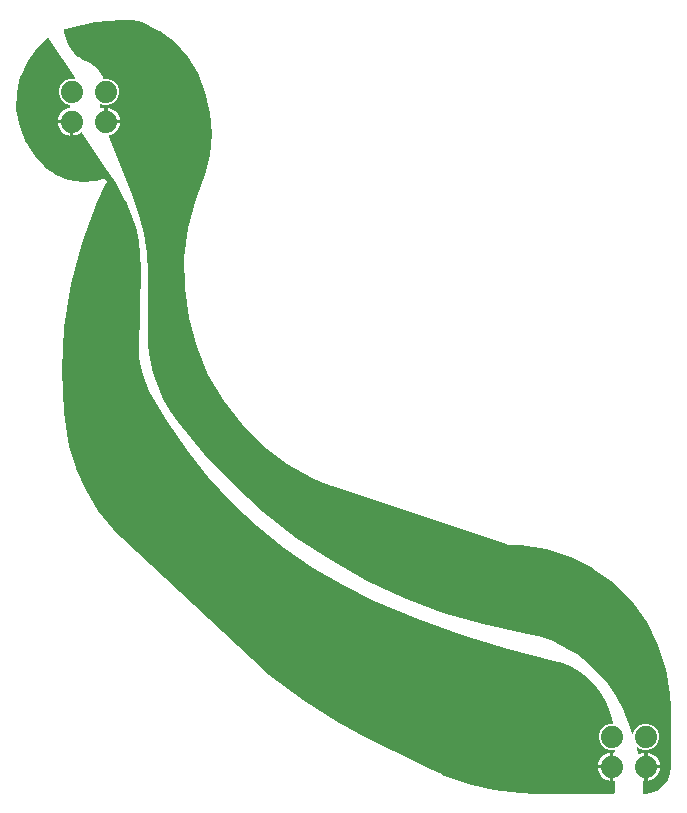
<source format=gtl>
G04 EAGLE Gerber X2 export*
G75*
%MOMM*%
%FSLAX34Y34*%
%LPD*%
%AMOC8*
5,1,8,0,0,1.08239X$1,22.5*%
G01*
%ADD10C,1.879600*%

G36*
X508020Y2544D02*
X508020Y2544D01*
X508039Y2542D01*
X508141Y2564D01*
X508243Y2580D01*
X508260Y2590D01*
X508280Y2594D01*
X508369Y2647D01*
X508460Y2696D01*
X508474Y2710D01*
X508491Y2720D01*
X508558Y2799D01*
X508630Y2874D01*
X508638Y2892D01*
X508651Y2907D01*
X508690Y3003D01*
X508733Y3097D01*
X508735Y3117D01*
X508743Y3135D01*
X508761Y3302D01*
X508761Y12823D01*
X508748Y12902D01*
X508745Y12981D01*
X508729Y13022D01*
X508722Y13066D01*
X508684Y13136D01*
X508655Y13210D01*
X508627Y13244D01*
X508606Y13283D01*
X508549Y13338D01*
X508498Y13399D01*
X508460Y13422D01*
X508428Y13453D01*
X508356Y13486D01*
X508288Y13528D01*
X508245Y13538D01*
X508205Y13556D01*
X508126Y13565D01*
X508048Y13583D01*
X507990Y13580D01*
X507961Y13584D01*
X507933Y13578D01*
X507881Y13575D01*
X507745Y13554D01*
X507745Y24638D01*
X507743Y24649D01*
X507744Y24656D01*
X507743Y24664D01*
X507744Y24677D01*
X507722Y24779D01*
X507705Y24881D01*
X507696Y24898D01*
X507692Y24918D01*
X507639Y25007D01*
X507590Y25098D01*
X507576Y25112D01*
X507566Y25129D01*
X507487Y25196D01*
X507412Y25267D01*
X507394Y25276D01*
X507379Y25289D01*
X507283Y25327D01*
X507189Y25371D01*
X507169Y25373D01*
X507151Y25381D01*
X506984Y25399D01*
X506221Y25399D01*
X506221Y25401D01*
X506984Y25401D01*
X507004Y25404D01*
X507023Y25402D01*
X507125Y25424D01*
X507227Y25441D01*
X507244Y25450D01*
X507264Y25454D01*
X507353Y25507D01*
X507444Y25556D01*
X507458Y25570D01*
X507475Y25580D01*
X507542Y25659D01*
X507613Y25734D01*
X507622Y25752D01*
X507635Y25767D01*
X507674Y25863D01*
X507717Y25957D01*
X507719Y25977D01*
X507727Y25995D01*
X507745Y26162D01*
X507745Y37246D01*
X507881Y37225D01*
X507960Y37225D01*
X508039Y37216D01*
X508083Y37226D01*
X508127Y37226D01*
X508202Y37252D01*
X508280Y37269D01*
X508318Y37291D01*
X508360Y37306D01*
X508423Y37354D01*
X508491Y37395D01*
X508520Y37428D01*
X508555Y37455D01*
X508599Y37521D01*
X508651Y37582D01*
X508667Y37623D01*
X508692Y37659D01*
X508713Y37736D01*
X508743Y37810D01*
X508749Y37868D01*
X508757Y37897D01*
X508755Y37924D01*
X508761Y37977D01*
X508761Y39116D01*
X508758Y39136D01*
X508760Y39155D01*
X508738Y39257D01*
X508722Y39359D01*
X508712Y39376D01*
X508708Y39396D01*
X508655Y39485D01*
X508606Y39576D01*
X508592Y39590D01*
X508582Y39607D01*
X508503Y39674D01*
X508428Y39746D01*
X508410Y39754D01*
X508395Y39767D01*
X508299Y39806D01*
X508205Y39849D01*
X508185Y39851D01*
X508167Y39859D01*
X508000Y39877D01*
X504049Y39877D01*
X500035Y41540D01*
X496962Y44613D01*
X495299Y48627D01*
X495299Y52973D01*
X496962Y56987D01*
X500035Y60060D01*
X504049Y61723D01*
X506819Y61723D01*
X506907Y61737D01*
X506997Y61744D01*
X507028Y61757D01*
X507061Y61762D01*
X507141Y61804D01*
X507223Y61839D01*
X507249Y61862D01*
X507279Y61878D01*
X507340Y61942D01*
X507408Y62002D01*
X507425Y62031D01*
X507448Y62056D01*
X507486Y62137D01*
X507531Y62215D01*
X507537Y62248D01*
X507552Y62279D01*
X507562Y62368D01*
X507579Y62456D01*
X507576Y62499D01*
X507579Y62523D01*
X507572Y62554D01*
X507567Y62623D01*
X506799Y66749D01*
X506789Y66778D01*
X506776Y66840D01*
X504367Y74448D01*
X504353Y74475D01*
X504334Y74535D01*
X501011Y81790D01*
X500994Y81816D01*
X500967Y81872D01*
X496782Y88667D01*
X496762Y88690D01*
X496729Y88743D01*
X491744Y94975D01*
X491721Y94995D01*
X491681Y95044D01*
X485971Y100618D01*
X485946Y100636D01*
X485900Y100679D01*
X479551Y105513D01*
X479524Y105527D01*
X479473Y105565D01*
X472580Y109585D01*
X472552Y109596D01*
X472497Y109627D01*
X465163Y112774D01*
X465134Y112781D01*
X465076Y112805D01*
X457412Y115031D01*
X457402Y115032D01*
X457386Y115038D01*
X418395Y124846D01*
X379964Y136593D01*
X342172Y150254D01*
X305116Y165793D01*
X278734Y178822D01*
X253377Y193739D01*
X229176Y210468D01*
X206261Y228918D01*
X184754Y248991D01*
X164769Y270581D01*
X146413Y293572D01*
X129785Y317841D01*
X114974Y343255D01*
X111838Y349883D01*
X109371Y356782D01*
X107594Y363891D01*
X106524Y371140D01*
X106172Y378471D01*
X107441Y447026D01*
X107440Y447036D01*
X107441Y447051D01*
X107263Y458881D01*
X107258Y458908D01*
X107258Y458959D01*
X105879Y470709D01*
X105871Y470735D01*
X105866Y470785D01*
X103299Y482335D01*
X103289Y482360D01*
X103279Y482409D01*
X99552Y493638D01*
X99539Y493662D01*
X99523Y493710D01*
X94674Y504502D01*
X94661Y504522D01*
X94644Y504562D01*
X86292Y519494D01*
X86279Y519510D01*
X86263Y519542D01*
X76835Y533819D01*
X76834Y533820D01*
X76833Y533822D01*
X57904Y562217D01*
X57880Y562243D01*
X57862Y562273D01*
X57796Y562332D01*
X57736Y562397D01*
X57705Y562414D01*
X57678Y562437D01*
X57597Y562472D01*
X57520Y562514D01*
X57485Y562520D01*
X57452Y562534D01*
X57364Y562541D01*
X57277Y562556D01*
X57242Y562551D01*
X57207Y562553D01*
X57121Y562532D01*
X57034Y562518D01*
X57003Y562502D01*
X56969Y562494D01*
X56823Y562411D01*
X55279Y561289D01*
X53605Y560436D01*
X51818Y559855D01*
X50545Y559654D01*
X50545Y570738D01*
X50542Y570758D01*
X50544Y570777D01*
X50522Y570879D01*
X50505Y570981D01*
X50496Y570998D01*
X50492Y571018D01*
X50439Y571107D01*
X50390Y571198D01*
X50376Y571212D01*
X50366Y571229D01*
X50287Y571296D01*
X50212Y571367D01*
X50194Y571376D01*
X50179Y571389D01*
X50083Y571427D01*
X49989Y571471D01*
X49969Y571473D01*
X49951Y571481D01*
X49784Y571499D01*
X49021Y571499D01*
X49021Y572262D01*
X49018Y572282D01*
X49020Y572301D01*
X48998Y572403D01*
X48981Y572505D01*
X48972Y572522D01*
X48968Y572542D01*
X48915Y572631D01*
X48866Y572722D01*
X48852Y572736D01*
X48842Y572753D01*
X48763Y572820D01*
X48688Y572891D01*
X48670Y572900D01*
X48655Y572913D01*
X48559Y572952D01*
X48465Y572995D01*
X48445Y572997D01*
X48427Y573005D01*
X48260Y573023D01*
X37176Y573023D01*
X37377Y574296D01*
X37958Y576083D01*
X38811Y577757D01*
X39916Y579278D01*
X41244Y580606D01*
X42765Y581711D01*
X44439Y582564D01*
X46226Y583145D01*
X47306Y583316D01*
X47410Y583350D01*
X47515Y583381D01*
X47527Y583389D01*
X47540Y583393D01*
X47627Y583459D01*
X47717Y583521D01*
X47726Y583532D01*
X47737Y583541D01*
X47799Y583631D01*
X47864Y583719D01*
X47868Y583732D01*
X47876Y583743D01*
X47906Y583848D01*
X47940Y583953D01*
X47941Y583970D01*
X47943Y583980D01*
X47942Y584008D01*
X47947Y584120D01*
X47941Y584200D01*
X48008Y585163D01*
X48004Y585209D01*
X48009Y585255D01*
X47993Y585331D01*
X47985Y585408D01*
X47967Y585451D01*
X47957Y585496D01*
X47917Y585562D01*
X47886Y585633D01*
X47854Y585667D01*
X47831Y585707D01*
X47772Y585757D01*
X47719Y585814D01*
X47679Y585837D01*
X47644Y585867D01*
X47572Y585896D01*
X47504Y585933D01*
X47459Y585941D01*
X47415Y585959D01*
X47281Y585974D01*
X47262Y585977D01*
X47257Y585976D01*
X47249Y585977D01*
X46849Y585977D01*
X42835Y587640D01*
X39762Y590713D01*
X38099Y594727D01*
X38099Y599073D01*
X39762Y603087D01*
X42835Y606160D01*
X46849Y607823D01*
X51307Y607823D01*
X51379Y607834D01*
X51451Y607836D01*
X51499Y607854D01*
X51550Y607862D01*
X51614Y607896D01*
X51682Y607921D01*
X51722Y607954D01*
X51767Y607978D01*
X51817Y608030D01*
X51874Y608076D01*
X51901Y608119D01*
X51937Y608156D01*
X51967Y608222D01*
X52006Y608283D01*
X52019Y608333D01*
X52040Y608379D01*
X52048Y608451D01*
X52066Y608521D01*
X52062Y608573D01*
X52067Y608623D01*
X52052Y608694D01*
X52046Y608767D01*
X52022Y608832D01*
X52015Y608864D01*
X52003Y608884D01*
X51988Y608924D01*
X51481Y609940D01*
X51463Y609965D01*
X51433Y610022D01*
X30276Y641758D01*
X30231Y641806D01*
X30195Y641860D01*
X30148Y641895D01*
X30108Y641938D01*
X30051Y641969D01*
X29999Y642009D01*
X29943Y642027D01*
X29892Y642055D01*
X29828Y642066D01*
X29765Y642087D01*
X29707Y642087D01*
X29650Y642097D01*
X29585Y642087D01*
X29519Y642087D01*
X29464Y642069D01*
X29407Y642060D01*
X29348Y642030D01*
X29286Y642009D01*
X29218Y641962D01*
X29188Y641947D01*
X29175Y641933D01*
X29148Y641914D01*
X20845Y634806D01*
X20837Y634797D01*
X20734Y634689D01*
X12020Y623253D01*
X12015Y623242D01*
X12009Y623233D01*
X11996Y623220D01*
X11983Y623189D01*
X11937Y623115D01*
X5821Y610103D01*
X5818Y610092D01*
X5768Y609951D01*
X2523Y595944D01*
X2522Y595932D01*
X2503Y595785D01*
X2273Y581409D01*
X2275Y581396D01*
X2288Y581248D01*
X5084Y567145D01*
X5088Y567134D01*
X5131Y566991D01*
X10829Y553790D01*
X10846Y553763D01*
X10885Y553683D01*
X14179Y548500D01*
X14222Y548453D01*
X14256Y548399D01*
X14303Y548362D01*
X14343Y548317D01*
X14398Y548285D01*
X14421Y548267D01*
X14840Y547485D01*
X14859Y547461D01*
X14891Y547403D01*
X15408Y546678D01*
X15408Y546645D01*
X15428Y546583D01*
X15439Y546518D01*
X15475Y546443D01*
X15485Y546411D01*
X15497Y546396D01*
X15511Y546366D01*
X17996Y542316D01*
X18016Y542293D01*
X18075Y542210D01*
X25756Y533537D01*
X25760Y533534D01*
X25762Y533530D01*
X25888Y533419D01*
X35363Y526752D01*
X35367Y526750D01*
X35370Y526747D01*
X35518Y526668D01*
X46275Y522365D01*
X46279Y522364D01*
X46283Y522362D01*
X46445Y522319D01*
X57905Y520613D01*
X57909Y520613D01*
X57914Y520611D01*
X58081Y520607D01*
X69625Y521590D01*
X69655Y521597D01*
X69756Y521612D01*
X75364Y523101D01*
X75380Y523108D01*
X75409Y523115D01*
X76401Y523445D01*
X77343Y522969D01*
X77344Y522969D01*
X77345Y522968D01*
X78283Y522499D01*
X78612Y521497D01*
X78613Y521496D01*
X78613Y521494D01*
X78945Y520499D01*
X78473Y519565D01*
X78471Y519557D01*
X78463Y519545D01*
X70763Y503103D01*
X70758Y503082D01*
X70741Y503049D01*
X57920Y469085D01*
X57915Y469058D01*
X57897Y469010D01*
X48626Y433911D01*
X48624Y433884D01*
X48610Y433835D01*
X42988Y397970D01*
X42988Y397942D01*
X42980Y397892D01*
X41065Y361640D01*
X41068Y361613D01*
X41065Y361561D01*
X42877Y325304D01*
X42881Y325283D01*
X42881Y325276D01*
X42881Y325271D01*
X42881Y325268D01*
X42882Y325245D01*
X45181Y307234D01*
X45186Y307218D01*
X45188Y307190D01*
X47050Y297295D01*
X47059Y297270D01*
X47068Y297221D01*
X52747Y277914D01*
X52761Y277885D01*
X52774Y277844D01*
X52777Y277833D01*
X52779Y277829D01*
X52782Y277819D01*
X60980Y259439D01*
X60998Y259412D01*
X61028Y259349D01*
X71598Y242223D01*
X71619Y242199D01*
X71657Y242140D01*
X84412Y226573D01*
X84432Y226555D01*
X84463Y226517D01*
X91590Y219406D01*
X91598Y219400D01*
X91608Y219388D01*
X202147Y116218D01*
X202148Y116218D01*
X203125Y115305D01*
X203147Y115285D01*
X203153Y115281D01*
X203161Y115272D01*
X216536Y103375D01*
X216554Y103364D01*
X216579Y103340D01*
X244960Y81531D01*
X244983Y81519D01*
X245020Y81490D01*
X275357Y62495D01*
X275376Y62487D01*
X275405Y62468D01*
X291220Y54081D01*
X291227Y54079D01*
X291236Y54073D01*
X292459Y53461D01*
X292460Y53461D01*
X350913Y24234D01*
X352136Y23622D01*
X352145Y23620D01*
X352156Y23613D01*
X362612Y18759D01*
X362635Y18752D01*
X362673Y18733D01*
X384339Y10880D01*
X384368Y10875D01*
X384423Y10855D01*
X406852Y5560D01*
X406881Y5558D01*
X406939Y5545D01*
X429829Y2880D01*
X429853Y2881D01*
X429895Y2875D01*
X441418Y2541D01*
X441426Y2542D01*
X441440Y2541D01*
X508000Y2541D01*
X508020Y2544D01*
G37*
G36*
X535014Y2544D02*
X535014Y2544D01*
X535052Y2543D01*
X538260Y2796D01*
X538266Y2797D01*
X538271Y2797D01*
X538436Y2830D01*
X544537Y4813D01*
X544569Y4829D01*
X544604Y4838D01*
X544749Y4921D01*
X549940Y8692D01*
X549965Y8718D01*
X549995Y8736D01*
X550108Y8860D01*
X553879Y14051D01*
X553895Y14083D01*
X553918Y14110D01*
X553987Y14263D01*
X555970Y20364D01*
X555970Y20370D01*
X555973Y20375D01*
X556004Y20540D01*
X556257Y23748D01*
X556255Y23770D01*
X556259Y23807D01*
X556259Y76200D01*
X556257Y76212D01*
X556259Y76230D01*
X555838Y86932D01*
X555832Y86961D01*
X555829Y87021D01*
X552481Y108161D01*
X552471Y108192D01*
X552453Y108277D01*
X545839Y128633D01*
X545824Y128662D01*
X545794Y128743D01*
X536077Y147813D01*
X536057Y147840D01*
X536014Y147915D01*
X523434Y165231D01*
X523410Y165254D01*
X523356Y165322D01*
X508222Y180456D01*
X508195Y180475D01*
X508131Y180534D01*
X490815Y193114D01*
X490786Y193129D01*
X490713Y193177D01*
X471643Y202894D01*
X471612Y202904D01*
X471533Y202939D01*
X451177Y209553D01*
X451144Y209558D01*
X451061Y209581D01*
X429921Y212929D01*
X429891Y212929D01*
X429832Y212938D01*
X419853Y213330D01*
X419746Y213317D01*
X419640Y213309D01*
X419621Y213302D01*
X419608Y213300D01*
X419581Y213287D01*
X419482Y213251D01*
X419295Y213157D01*
X418805Y213320D01*
X418767Y213326D01*
X418731Y213341D01*
X418564Y213359D01*
X418048Y213359D01*
X417855Y213552D01*
X417780Y213606D01*
X417709Y213666D01*
X417673Y213683D01*
X417655Y213696D01*
X417624Y213705D01*
X417557Y213736D01*
X267077Y263896D01*
X267011Y263907D01*
X266947Y263927D01*
X266890Y263926D01*
X266834Y263935D01*
X266776Y263926D01*
X265841Y264306D01*
X265823Y264311D01*
X265795Y264324D01*
X264848Y264639D01*
X264840Y264651D01*
X264785Y264689D01*
X264737Y264736D01*
X264666Y264774D01*
X264640Y264794D01*
X264620Y264799D01*
X264590Y264816D01*
X253934Y269154D01*
X231775Y281770D01*
X211453Y297169D01*
X193314Y315090D01*
X177670Y335224D01*
X164788Y357228D01*
X154888Y380726D01*
X148139Y405315D01*
X144658Y430575D01*
X144504Y456072D01*
X147679Y481371D01*
X154129Y506040D01*
X158434Y516614D01*
X158453Y516696D01*
X158480Y516776D01*
X158480Y516784D01*
X158943Y517863D01*
X158944Y517868D01*
X158948Y517876D01*
X158969Y517926D01*
X158970Y517933D01*
X158975Y517942D01*
X162127Y526205D01*
X162133Y526235D01*
X162154Y526293D01*
X166417Y543494D01*
X166420Y543527D01*
X166437Y543615D01*
X167870Y561278D01*
X167868Y561311D01*
X167870Y561402D01*
X166437Y579065D01*
X166429Y579096D01*
X166417Y579186D01*
X162154Y596387D01*
X162142Y596415D01*
X162127Y596475D01*
X159389Y603651D01*
X159348Y603722D01*
X159315Y603796D01*
X159288Y603826D01*
X158930Y604843D01*
X158921Y604859D01*
X158912Y604890D01*
X158481Y605894D01*
X158481Y605909D01*
X158467Y605958D01*
X158465Y605985D01*
X158452Y606012D01*
X158435Y606070D01*
X155819Y612477D01*
X155801Y612505D01*
X155769Y612577D01*
X147520Y626491D01*
X147505Y626509D01*
X147432Y626612D01*
X136626Y638648D01*
X136608Y638663D01*
X136516Y638748D01*
X123569Y648444D01*
X123548Y648455D01*
X123441Y648521D01*
X108850Y655503D01*
X108819Y655512D01*
X108746Y655543D01*
X101340Y657826D01*
X101309Y657830D01*
X101280Y657841D01*
X101113Y657860D01*
X90721Y657832D01*
X90696Y657828D01*
X90651Y657829D01*
X69187Y655797D01*
X69158Y655789D01*
X69095Y655782D01*
X48040Y651145D01*
X48017Y651136D01*
X47973Y651127D01*
X43038Y649554D01*
X42982Y649525D01*
X42922Y649506D01*
X42873Y649470D01*
X42819Y649442D01*
X42775Y649397D01*
X42724Y649360D01*
X42689Y649310D01*
X42647Y649267D01*
X42619Y649210D01*
X42583Y649158D01*
X42566Y649100D01*
X42540Y649045D01*
X42532Y648983D01*
X42514Y648922D01*
X42513Y648834D01*
X42509Y648801D01*
X42512Y648784D01*
X42512Y648754D01*
X42719Y646636D01*
X42728Y646604D01*
X42738Y646526D01*
X43881Y641954D01*
X43894Y641924D01*
X43916Y641848D01*
X45718Y637493D01*
X45735Y637465D01*
X45768Y637393D01*
X48190Y633351D01*
X48211Y633326D01*
X48254Y633259D01*
X51243Y629616D01*
X51267Y629594D01*
X51320Y629535D01*
X54811Y626369D01*
X54839Y626351D01*
X54899Y626300D01*
X58817Y623682D01*
X58847Y623668D01*
X58915Y623627D01*
X63175Y621612D01*
X63176Y621612D01*
X63177Y621611D01*
X65919Y620328D01*
X68411Y618706D01*
X70655Y616755D01*
X72606Y614511D01*
X74228Y612019D01*
X75487Y609327D01*
X75780Y608363D01*
X75794Y608335D01*
X75800Y608304D01*
X75848Y608225D01*
X75888Y608142D01*
X75910Y608120D01*
X75926Y608093D01*
X75996Y608033D01*
X76061Y607968D01*
X76089Y607954D01*
X76113Y607933D01*
X76199Y607899D01*
X76281Y607857D01*
X76312Y607853D01*
X76341Y607841D01*
X76508Y607823D01*
X80151Y607823D01*
X84165Y606160D01*
X87238Y603087D01*
X88901Y599073D01*
X88901Y594727D01*
X87238Y590713D01*
X84165Y587640D01*
X80151Y585977D01*
X75805Y585977D01*
X74233Y586629D01*
X74211Y586634D01*
X74191Y586645D01*
X74091Y586662D01*
X73993Y586685D01*
X73971Y586683D01*
X73949Y586687D01*
X73849Y586671D01*
X73748Y586662D01*
X73728Y586653D01*
X73706Y586649D01*
X73616Y586603D01*
X73524Y586562D01*
X73507Y586546D01*
X73487Y586536D01*
X73417Y586464D01*
X73343Y586395D01*
X73332Y586376D01*
X73316Y586359D01*
X73273Y586268D01*
X73224Y586180D01*
X73220Y586158D01*
X73210Y586137D01*
X73182Y585972D01*
X73076Y584247D01*
X73079Y584216D01*
X73076Y584153D01*
X73117Y583474D01*
X73143Y583362D01*
X73166Y583249D01*
X73170Y583242D01*
X73172Y583235D01*
X73232Y583136D01*
X73290Y583036D01*
X73296Y583031D01*
X73300Y583025D01*
X73388Y582951D01*
X73476Y582874D01*
X73483Y582871D01*
X73489Y582867D01*
X73596Y582825D01*
X73703Y582780D01*
X73710Y582780D01*
X73718Y582777D01*
X73833Y582771D01*
X73948Y582763D01*
X73957Y582765D01*
X73963Y582765D01*
X73983Y582770D01*
X74112Y582797D01*
X75182Y583145D01*
X76455Y583346D01*
X76455Y572262D01*
X76458Y572242D01*
X76456Y572223D01*
X76478Y572121D01*
X76495Y572019D01*
X76504Y572002D01*
X76508Y571982D01*
X76561Y571893D01*
X76610Y571802D01*
X76624Y571788D01*
X76634Y571771D01*
X76713Y571704D01*
X76788Y571633D01*
X76806Y571624D01*
X76821Y571611D01*
X76917Y571573D01*
X77011Y571529D01*
X77031Y571527D01*
X77049Y571519D01*
X77216Y571501D01*
X77979Y571501D01*
X77979Y570738D01*
X77982Y570718D01*
X77980Y570699D01*
X78002Y570597D01*
X78019Y570495D01*
X78028Y570478D01*
X78032Y570458D01*
X78085Y570369D01*
X78134Y570278D01*
X78148Y570264D01*
X78158Y570247D01*
X78237Y570180D01*
X78312Y570109D01*
X78330Y570100D01*
X78345Y570087D01*
X78441Y570048D01*
X78535Y570005D01*
X78555Y570003D01*
X78573Y569995D01*
X78740Y569977D01*
X89824Y569977D01*
X89623Y568704D01*
X89042Y566917D01*
X88189Y565243D01*
X87084Y563722D01*
X85756Y562394D01*
X84235Y561289D01*
X82561Y560436D01*
X80896Y559895D01*
X80856Y559874D01*
X80813Y559862D01*
X80748Y559818D01*
X80678Y559782D01*
X80646Y559750D01*
X80609Y559725D01*
X80561Y559662D01*
X80507Y559606D01*
X80487Y559565D01*
X80460Y559529D01*
X80434Y559455D01*
X80401Y559384D01*
X80395Y559339D01*
X80381Y559296D01*
X80380Y559217D01*
X80371Y559140D01*
X80380Y559095D01*
X80380Y559050D01*
X80417Y558915D01*
X80421Y558899D01*
X80423Y558895D01*
X80425Y558888D01*
X100888Y507730D01*
X106364Y492446D01*
X110316Y476723D01*
X112715Y460690D01*
X113539Y444480D01*
X113539Y393700D01*
X113541Y393687D01*
X113540Y393666D01*
X114057Y382005D01*
X114062Y381980D01*
X114063Y381934D01*
X115655Y370370D01*
X115662Y370346D01*
X115668Y370301D01*
X118321Y358933D01*
X118330Y358910D01*
X118340Y358866D01*
X122031Y347791D01*
X122043Y347769D01*
X122056Y347726D01*
X126755Y337040D01*
X126768Y337019D01*
X126786Y336977D01*
X132451Y326770D01*
X132467Y326750D01*
X132488Y326710D01*
X139071Y317071D01*
X139087Y317054D01*
X139110Y317019D01*
X161218Y289863D01*
X161234Y289849D01*
X161256Y289819D01*
X185356Y264413D01*
X185373Y264400D01*
X185397Y264373D01*
X211349Y240862D01*
X211367Y240850D01*
X211393Y240825D01*
X239049Y219345D01*
X239068Y219334D01*
X239096Y219311D01*
X268298Y199984D01*
X268317Y199976D01*
X268347Y199954D01*
X298927Y182892D01*
X298947Y182885D01*
X298979Y182866D01*
X330762Y168165D01*
X330783Y168160D01*
X330815Y168143D01*
X363619Y155889D01*
X363640Y155885D01*
X363674Y155871D01*
X397311Y146134D01*
X397332Y146131D01*
X397367Y146120D01*
X431638Y138956D01*
X443583Y136257D01*
X455133Y132296D01*
X466188Y127113D01*
X470564Y124451D01*
X471816Y123690D01*
X476620Y120767D01*
X486307Y113333D01*
X495135Y104898D01*
X503002Y95559D01*
X509815Y85426D01*
X515495Y74617D01*
X519984Y63240D01*
X523140Y53772D01*
X523186Y53685D01*
X523226Y53595D01*
X523243Y53577D01*
X523255Y53555D01*
X523326Y53487D01*
X523392Y53414D01*
X523414Y53402D01*
X523432Y53385D01*
X523521Y53343D01*
X523608Y53296D01*
X523633Y53291D01*
X523655Y53281D01*
X523753Y53269D01*
X523850Y53252D01*
X523875Y53256D01*
X523900Y53253D01*
X523996Y53273D01*
X524093Y53288D01*
X524116Y53299D01*
X524140Y53304D01*
X524225Y53355D01*
X524312Y53399D01*
X524330Y53417D01*
X524352Y53430D01*
X524416Y53505D01*
X524485Y53575D01*
X524500Y53602D01*
X524512Y53616D01*
X524524Y53647D01*
X524566Y53722D01*
X525918Y56987D01*
X528991Y60060D01*
X533005Y61723D01*
X537351Y61723D01*
X541365Y60060D01*
X544438Y56987D01*
X546101Y52973D01*
X546101Y48627D01*
X544438Y44613D01*
X541365Y41540D01*
X537351Y39877D01*
X533005Y39877D01*
X528991Y41540D01*
X528611Y41920D01*
X528554Y41961D01*
X528503Y42010D01*
X528455Y42032D01*
X528411Y42063D01*
X528344Y42084D01*
X528280Y42114D01*
X528227Y42120D01*
X528176Y42136D01*
X528106Y42134D01*
X528035Y42142D01*
X527984Y42131D01*
X527930Y42129D01*
X527864Y42105D01*
X527795Y42090D01*
X527749Y42063D01*
X527699Y42045D01*
X527644Y42001D01*
X527583Y41965D01*
X527549Y41924D01*
X527507Y41891D01*
X527469Y41832D01*
X527423Y41778D01*
X527403Y41729D01*
X527374Y41684D01*
X527357Y41616D01*
X527331Y41550D01*
X527327Y41497D01*
X527314Y41446D01*
X527320Y41375D01*
X527315Y41305D01*
X527331Y41233D01*
X527333Y41201D01*
X527342Y41180D01*
X527351Y41141D01*
X528875Y36569D01*
X528910Y36501D01*
X528937Y36429D01*
X528967Y36393D01*
X528989Y36351D01*
X529044Y36298D01*
X529093Y36239D01*
X529133Y36214D01*
X529167Y36181D01*
X529236Y36149D01*
X529301Y36108D01*
X529347Y36097D01*
X529390Y36077D01*
X529466Y36069D01*
X529540Y36051D01*
X529587Y36055D01*
X529634Y36049D01*
X529709Y36065D01*
X529785Y36072D01*
X529845Y36095D01*
X529875Y36101D01*
X529897Y36114D01*
X529942Y36131D01*
X530595Y36464D01*
X532382Y37045D01*
X533655Y37246D01*
X533655Y26162D01*
X533658Y26142D01*
X533656Y26123D01*
X533678Y26021D01*
X533695Y25919D01*
X533704Y25902D01*
X533708Y25882D01*
X533761Y25793D01*
X533810Y25702D01*
X533824Y25688D01*
X533834Y25671D01*
X533913Y25604D01*
X533988Y25533D01*
X534006Y25524D01*
X534021Y25511D01*
X534117Y25473D01*
X534211Y25429D01*
X534231Y25427D01*
X534249Y25419D01*
X534416Y25401D01*
X535179Y25401D01*
X535179Y25399D01*
X534416Y25399D01*
X534396Y25396D01*
X534377Y25398D01*
X534275Y25376D01*
X534173Y25359D01*
X534156Y25350D01*
X534136Y25346D01*
X534047Y25293D01*
X533956Y25244D01*
X533942Y25230D01*
X533925Y25220D01*
X533858Y25141D01*
X533787Y25066D01*
X533778Y25048D01*
X533765Y25033D01*
X533726Y24937D01*
X533683Y24843D01*
X533681Y24823D01*
X533673Y24805D01*
X533655Y24638D01*
X533655Y13554D01*
X533519Y13575D01*
X533440Y13575D01*
X533361Y13584D01*
X533317Y13574D01*
X533273Y13574D01*
X533198Y13548D01*
X533120Y13531D01*
X533082Y13509D01*
X533040Y13494D01*
X532977Y13446D01*
X532909Y13405D01*
X532880Y13371D01*
X532845Y13345D01*
X532801Y13279D01*
X532749Y13218D01*
X532733Y13177D01*
X532708Y13141D01*
X532687Y13064D01*
X532657Y12990D01*
X532651Y12932D01*
X532643Y12903D01*
X532645Y12876D01*
X532639Y12823D01*
X532639Y3302D01*
X532642Y3282D01*
X532640Y3263D01*
X532662Y3161D01*
X532679Y3059D01*
X532688Y3042D01*
X532692Y3022D01*
X532745Y2933D01*
X532794Y2842D01*
X532808Y2828D01*
X532818Y2811D01*
X532897Y2744D01*
X532972Y2672D01*
X532990Y2664D01*
X533005Y2651D01*
X533101Y2612D01*
X533195Y2569D01*
X533215Y2567D01*
X533233Y2559D01*
X533400Y2541D01*
X534993Y2541D01*
X535014Y2544D01*
G37*
%LPC*%
G36*
X79501Y573023D02*
X79501Y573023D01*
X79501Y583346D01*
X80774Y583145D01*
X82561Y582564D01*
X84235Y581711D01*
X85756Y580606D01*
X87084Y579278D01*
X88189Y577757D01*
X89042Y576083D01*
X89623Y574296D01*
X89824Y573023D01*
X79501Y573023D01*
G37*
%LPD*%
%LPC*%
G36*
X536701Y26923D02*
X536701Y26923D01*
X536701Y37246D01*
X537974Y37045D01*
X539761Y36464D01*
X541435Y35611D01*
X542956Y34506D01*
X544284Y33178D01*
X545389Y31657D01*
X546242Y29983D01*
X546823Y28196D01*
X547024Y26923D01*
X536701Y26923D01*
G37*
%LPD*%
%LPC*%
G36*
X494376Y26923D02*
X494376Y26923D01*
X494577Y28196D01*
X495158Y29983D01*
X496011Y31657D01*
X497116Y33178D01*
X498444Y34506D01*
X499965Y35611D01*
X501639Y36464D01*
X503426Y37045D01*
X504699Y37246D01*
X504699Y26923D01*
X494376Y26923D01*
G37*
%LPD*%
%LPC*%
G36*
X536701Y23877D02*
X536701Y23877D01*
X547024Y23877D01*
X546823Y22604D01*
X546242Y20817D01*
X545389Y19143D01*
X544284Y17622D01*
X542956Y16294D01*
X541435Y15189D01*
X539761Y14336D01*
X537974Y13755D01*
X536701Y13554D01*
X536701Y23877D01*
G37*
%LPD*%
%LPC*%
G36*
X46226Y559855D02*
X46226Y559855D01*
X44439Y560436D01*
X42765Y561289D01*
X41244Y562394D01*
X39916Y563722D01*
X38811Y565243D01*
X37958Y566917D01*
X37377Y568704D01*
X37176Y569977D01*
X47499Y569977D01*
X47499Y559654D01*
X46226Y559855D01*
G37*
%LPD*%
%LPC*%
G36*
X503426Y13755D02*
X503426Y13755D01*
X501639Y14336D01*
X499965Y15189D01*
X498444Y16294D01*
X497116Y17622D01*
X496011Y19143D01*
X495158Y20817D01*
X494577Y22604D01*
X494376Y23877D01*
X504699Y23877D01*
X504699Y13554D01*
X503426Y13755D01*
G37*
%LPD*%
D10*
X49022Y596900D03*
X77978Y596900D03*
X49022Y571500D03*
X77978Y571500D03*
X506222Y50800D03*
X535178Y50800D03*
X506222Y25400D03*
X535178Y25400D03*
M02*

</source>
